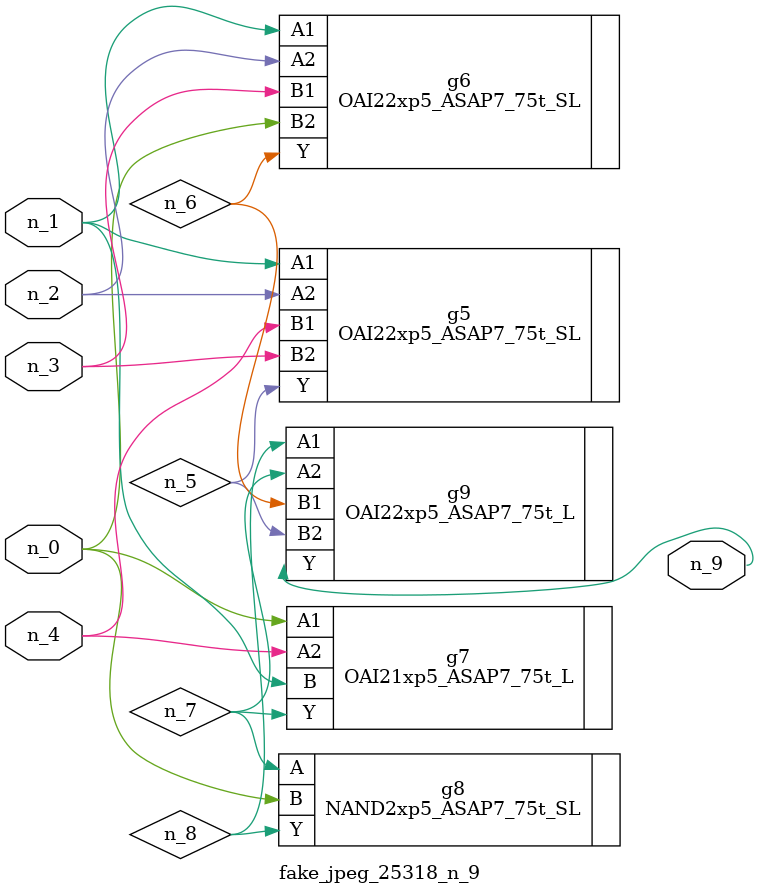
<source format=v>
module fake_jpeg_25318_n_9 (n_3, n_2, n_1, n_0, n_4, n_9);

input n_3;
input n_2;
input n_1;
input n_0;
input n_4;

output n_9;

wire n_8;
wire n_6;
wire n_5;
wire n_7;

OAI22xp5_ASAP7_75t_SL g5 ( 
.A1(n_1),
.A2(n_2),
.B1(n_4),
.B2(n_3),
.Y(n_5)
);

OAI22xp5_ASAP7_75t_SL g6 ( 
.A1(n_1),
.A2(n_2),
.B1(n_3),
.B2(n_0),
.Y(n_6)
);

OAI21xp5_ASAP7_75t_L g7 ( 
.A1(n_0),
.A2(n_4),
.B(n_1),
.Y(n_7)
);

NAND2xp5_ASAP7_75t_SL g8 ( 
.A(n_7),
.B(n_0),
.Y(n_8)
);

OAI22xp5_ASAP7_75t_L g9 ( 
.A1(n_8),
.A2(n_7),
.B1(n_6),
.B2(n_5),
.Y(n_9)
);


endmodule
</source>
